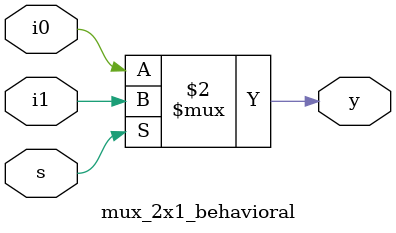
<source format=v>
`timescale 10ns/10ps

module mux_2x1_behavioral(i0,i1,s,y);

input i0, i1, s;
output y;

reg y;

always @ (i0 or i1 or s)

begin

y=(s)?i1:i0;

end

endmodule
</source>
